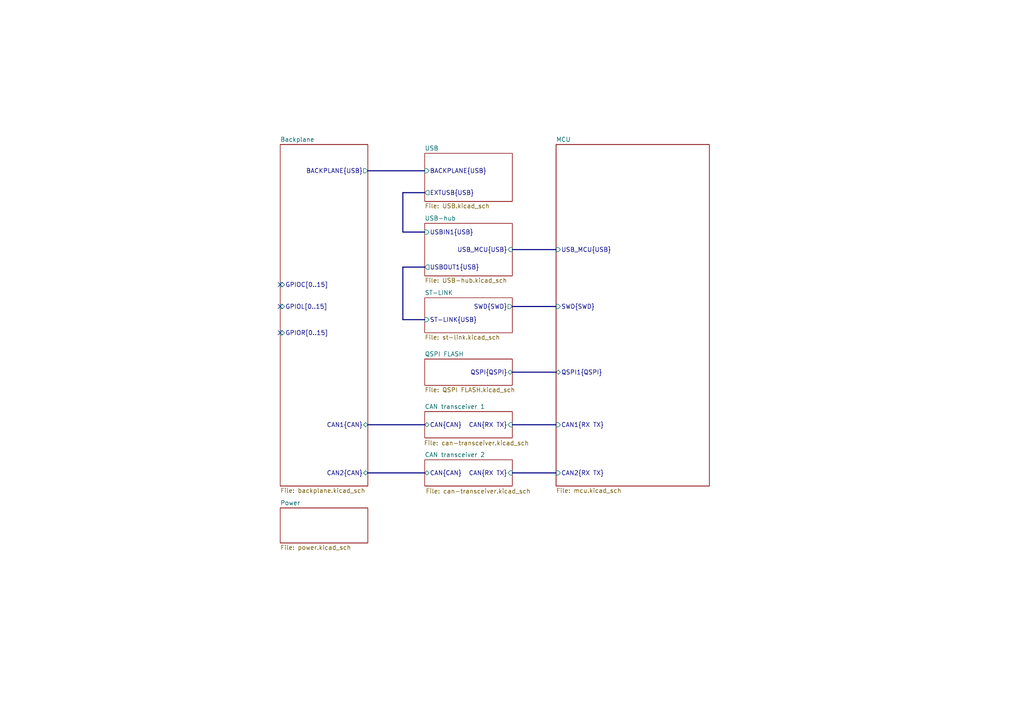
<source format=kicad_sch>
(kicad_sch
	(version 20250114)
	(generator "eeschema")
	(generator_version "9.0")
	(uuid "090a8e41-87a8-4fb1-998b-60a2c0dc4cee")
	(paper "A4")
	(title_block
		(title "ModuCard BM STM32H562VGT6")
		(date "2025-04-18")
		(rev "1.1.1")
		(company "KoNaR")
		(comment 1 "Base project authors: Dominik Pluta, Artem Horiunov")
		(comment 2 "Project author: <author>")
	)
	(lib_symbols)
	(bus_alias "CAN"
		(members "+" "-")
	)
	(no_connect
		(at 81.28 82.55)
		(uuid "225d1b4d-20a1-48d7-98fe-8709d91fa2b8")
	)
	(no_connect
		(at 81.28 88.9)
		(uuid "4102e771-06b2-46c5-8768-1c4b40e21eea")
	)
	(no_connect
		(at 81.28 96.52)
		(uuid "b3c7e6b3-59d6-467d-a4c3-b7bb1d57cd13")
	)
	(bus
		(pts
			(xy 123.19 77.47) (xy 116.84 77.47)
		)
		(stroke
			(width 0)
			(type default)
		)
		(uuid "088fd8c2-eebb-4af1-bbe0-793e15cd7b8f")
	)
	(bus
		(pts
			(xy 106.68 123.19) (xy 123.19 123.19)
		)
		(stroke
			(width 0)
			(type default)
		)
		(uuid "0b7c907d-f1c4-42f1-b83e-70387c7fa799")
	)
	(bus
		(pts
			(xy 148.59 72.39) (xy 161.29 72.39)
		)
		(stroke
			(width 0)
			(type default)
		)
		(uuid "0c1d7469-42a8-449b-8405-80a700e5dd75")
	)
	(bus
		(pts
			(xy 123.19 55.88) (xy 116.84 55.88)
		)
		(stroke
			(width 0)
			(type default)
		)
		(uuid "3922af01-4562-42b3-9ff2-97c27f6880db")
	)
	(bus
		(pts
			(xy 106.68 49.53) (xy 123.19 49.53)
		)
		(stroke
			(width 0)
			(type default)
		)
		(uuid "42069d11-2d8b-4c0c-a1bb-3e4cb654db23")
	)
	(bus
		(pts
			(xy 148.59 137.16) (xy 161.29 137.16)
		)
		(stroke
			(width 0)
			(type default)
		)
		(uuid "7ffc347e-25a7-4285-8492-119d5028459a")
	)
	(bus
		(pts
			(xy 148.59 107.95) (xy 161.29 107.95)
		)
		(stroke
			(width 0)
			(type default)
		)
		(uuid "bf0de6b0-0fc9-4b0f-912e-193053f69f46")
	)
	(bus
		(pts
			(xy 116.84 92.71) (xy 123.19 92.71)
		)
		(stroke
			(width 0)
			(type default)
		)
		(uuid "c7a70df5-1b4b-46c9-a0b5-092a546e1998")
	)
	(bus
		(pts
			(xy 106.68 137.16) (xy 123.19 137.16)
		)
		(stroke
			(width 0)
			(type default)
		)
		(uuid "c8659fb4-8309-4884-99fe-e479e3dbee23")
	)
	(bus
		(pts
			(xy 116.84 55.88) (xy 116.84 67.31)
		)
		(stroke
			(width 0)
			(type default)
		)
		(uuid "d346c99e-d019-4069-bd82-8cd62f31a854")
	)
	(bus
		(pts
			(xy 116.84 67.31) (xy 123.19 67.31)
		)
		(stroke
			(width 0)
			(type default)
		)
		(uuid "d483e764-8507-449d-983b-24a260b85a68")
	)
	(bus
		(pts
			(xy 148.59 88.9) (xy 161.29 88.9)
		)
		(stroke
			(width 0)
			(type default)
		)
		(uuid "e0896ddb-f544-4d74-9e0f-10bfadbbdd75")
	)
	(bus
		(pts
			(xy 148.59 123.19) (xy 161.29 123.19)
		)
		(stroke
			(width 0)
			(type default)
		)
		(uuid "ef28c418-2b23-4a89-a4bc-eaba24d2bbc8")
	)
	(bus
		(pts
			(xy 116.84 77.47) (xy 116.84 92.71)
		)
		(stroke
			(width 0)
			(type default)
		)
		(uuid "f1a21ac5-05c7-4b93-b021-879868b83e38")
	)
	(sheet
		(at 123.19 133.35)
		(size 25.4 7.62)
		(exclude_from_sim no)
		(in_bom yes)
		(on_board yes)
		(dnp no)
		(stroke
			(width 0.1524)
			(type solid)
		)
		(fill
			(color 0 0 0 0.0000)
		)
		(uuid "0158e235-e8c1-4e7e-a900-a22642d17049")
		(property "Sheetname" "CAN transceiver 2"
			(at 123.19 132.6384 0)
			(effects
				(font
					(size 1.27 1.27)
				)
				(justify left bottom)
			)
		)
		(property "Sheetfile" "can-transceiver.kicad_sch"
			(at 123.444 141.732 0)
			(effects
				(font
					(size 1.27 1.27)
				)
				(justify left top)
			)
		)
		(pin "CAN{RX TX}" input
			(at 148.59 137.16 0)
			(uuid "4671fdb0-d0e0-441d-8d1d-4860636d85e9")
			(effects
				(font
					(size 1.27 1.27)
				)
				(justify right)
			)
		)
		(pin "CAN{CAN}" bidirectional
			(at 123.19 137.16 180)
			(uuid "858eda0b-4235-4ae8-86e3-335d4ad9a1da")
			(effects
				(font
					(size 1.27 1.27)
				)
				(justify left)
			)
		)
		(instances
			(project "base-module"
				(path "/090a8e41-87a8-4fb1-998b-60a2c0dc4cee"
					(page "6")
				)
			)
		)
	)
	(sheet
		(at 81.28 147.32)
		(size 25.4 10.16)
		(exclude_from_sim no)
		(in_bom yes)
		(on_board yes)
		(dnp no)
		(fields_autoplaced yes)
		(stroke
			(width 0.1524)
			(type solid)
		)
		(fill
			(color 0 0 0 0.0000)
		)
		(uuid "3f372eb1-53a4-4b00-8846-6751dd401eeb")
		(property "Sheetname" "Power"
			(at 81.28 146.6084 0)
			(effects
				(font
					(size 1.27 1.27)
				)
				(justify left bottom)
			)
		)
		(property "Sheetfile" "power.kicad_sch"
			(at 81.28 158.0646 0)
			(effects
				(font
					(size 1.27 1.27)
				)
				(justify left top)
			)
		)
		(instances
			(project "base-module"
				(path "/090a8e41-87a8-4fb1-998b-60a2c0dc4cee"
					(page "3")
				)
			)
		)
	)
	(sheet
		(at 123.19 119.38)
		(size 25.4 7.62)
		(exclude_from_sim no)
		(in_bom yes)
		(on_board yes)
		(dnp no)
		(stroke
			(width 0.1524)
			(type solid)
		)
		(fill
			(color 0 0 0 0.0000)
		)
		(uuid "3f4a4c31-63d6-4264-8452-81b45fffd897")
		(property "Sheetname" "CAN transceiver 1"
			(at 123.19 118.6684 0)
			(effects
				(font
					(size 1.27 1.27)
				)
				(justify left bottom)
			)
		)
		(property "Sheetfile" "can-transceiver.kicad_sch"
			(at 122.936 127.762 0)
			(effects
				(font
					(size 1.27 1.27)
				)
				(justify left top)
			)
		)
		(pin "CAN{RX TX}" input
			(at 148.59 123.19 0)
			(uuid "2ad324a7-4e76-4def-a2aa-f7156431611c")
			(effects
				(font
					(size 1.27 1.27)
				)
				(justify right)
			)
		)
		(pin "CAN{CAN}" bidirectional
			(at 123.19 123.19 180)
			(uuid "dd8404cf-fd75-41cc-aa36-6f2c3a0e4af5")
			(effects
				(font
					(size 1.27 1.27)
				)
				(justify left)
			)
		)
		(instances
			(project "base-module"
				(path "/090a8e41-87a8-4fb1-998b-60a2c0dc4cee"
					(page "5")
				)
			)
		)
	)
	(sheet
		(at 123.19 44.45)
		(size 25.4 13.97)
		(exclude_from_sim no)
		(in_bom yes)
		(on_board yes)
		(dnp no)
		(fields_autoplaced yes)
		(stroke
			(width 0.1524)
			(type solid)
		)
		(fill
			(color 0 0 0 0.0000)
		)
		(uuid "8fd5ae83-0658-4178-9e81-18085647e2bb")
		(property "Sheetname" "USB"
			(at 123.19 43.7384 0)
			(effects
				(font
					(size 1.27 1.27)
				)
				(justify left bottom)
			)
		)
		(property "Sheetfile" "USB.kicad_sch"
			(at 123.19 59.0046 0)
			(effects
				(font
					(size 1.27 1.27)
				)
				(justify left top)
			)
		)
		(pin "BACKPLANE{USB}" input
			(at 123.19 49.53 180)
			(uuid "49cd1327-0574-4555-b98d-686ad06add1f")
			(effects
				(font
					(size 1.27 1.27)
				)
				(justify left)
			)
		)
		(pin "EXTUSB{USB}" output
			(at 123.19 55.88 180)
			(uuid "c146d2d2-99d4-47de-b999-c91753c99574")
			(effects
				(font
					(size 1.27 1.27)
				)
				(justify left)
			)
		)
		(instances
			(project "base-module"
				(path "/090a8e41-87a8-4fb1-998b-60a2c0dc4cee"
					(page "8")
				)
			)
		)
	)
	(sheet
		(at 161.29 41.91)
		(size 44.45 99.06)
		(exclude_from_sim no)
		(in_bom yes)
		(on_board yes)
		(dnp no)
		(fields_autoplaced yes)
		(stroke
			(width 0.1524)
			(type solid)
		)
		(fill
			(color 0 0 0 0.0000)
		)
		(uuid "ae074854-c02c-496b-964f-ecb8956e53f8")
		(property "Sheetname" "MCU"
			(at 161.29 41.1984 0)
			(effects
				(font
					(size 1.27 1.27)
				)
				(justify left bottom)
			)
		)
		(property "Sheetfile" "mcu.kicad_sch"
			(at 161.29 141.5546 0)
			(effects
				(font
					(size 1.27 1.27)
				)
				(justify left top)
			)
		)
		(pin "QSPI1{QSPI}" bidirectional
			(at 161.29 107.95 180)
			(uuid "0a967f7e-bc5a-4548-8588-a3f32ad6b6f8")
			(effects
				(font
					(size 1.27 1.27)
				)
				(justify left)
			)
		)
		(pin "CAN2{RX TX}" input
			(at 161.29 137.16 180)
			(uuid "8c8ec780-1712-44db-9376-b03ba592cd9d")
			(effects
				(font
					(size 1.27 1.27)
				)
				(justify left)
			)
		)
		(pin "CAN1{RX TX}" input
			(at 161.29 123.19 180)
			(uuid "f0869290-4d95-416e-9491-be40cdf216cd")
			(effects
				(font
					(size 1.27 1.27)
				)
				(justify left)
			)
		)
		(pin "SWD{SWD}" input
			(at 161.29 88.9 180)
			(uuid "b5a0d17e-17b9-488f-996c-746b62a94522")
			(effects
				(font
					(size 1.27 1.27)
				)
				(justify left)
			)
		)
		(pin "USB_MCU{USB}" input
			(at 161.29 72.39 180)
			(uuid "39375a4c-9c10-4301-9b74-766af280eb37")
			(effects
				(font
					(size 1.27 1.27)
				)
				(justify left)
			)
		)
		(instances
			(project "base-module"
				(path "/090a8e41-87a8-4fb1-998b-60a2c0dc4cee"
					(page "4")
				)
			)
		)
	)
	(sheet
		(at 123.19 64.77)
		(size 25.4 15.24)
		(exclude_from_sim no)
		(in_bom yes)
		(on_board yes)
		(dnp no)
		(fields_autoplaced yes)
		(stroke
			(width 0.1524)
			(type solid)
		)
		(fill
			(color 0 0 0 0.0000)
		)
		(uuid "c4e62f69-aed8-45c4-bc74-414bd9b2dcad")
		(property "Sheetname" "USB-hub"
			(at 123.19 64.0584 0)
			(effects
				(font
					(size 1.27 1.27)
				)
				(justify left bottom)
			)
		)
		(property "Sheetfile" "USB-hub.kicad_sch"
			(at 123.19 80.5946 0)
			(effects
				(font
					(size 1.27 1.27)
				)
				(justify left top)
			)
		)
		(pin "USBIN1{USB}" input
			(at 123.19 67.31 180)
			(uuid "70ba8c34-1228-4bf6-9d23-9d1360b2bc8c")
			(effects
				(font
					(size 1.27 1.27)
				)
				(justify left)
			)
		)
		(pin "USBOUT1{USB}" output
			(at 123.19 77.47 180)
			(uuid "bc0f17fd-1568-4cfd-a9dc-839741c5fc8e")
			(effects
				(font
					(size 1.27 1.27)
				)
				(justify left)
			)
		)
		(pin "USB_MCU{USB}" input
			(at 148.59 72.39 0)
			(uuid "0c956685-101a-4f07-b7bf-c720f0663eeb")
			(effects
				(font
					(size 1.27 1.27)
				)
				(justify right)
			)
		)
		(instances
			(project "base-module"
				(path "/090a8e41-87a8-4fb1-998b-60a2c0dc4cee"
					(page "9")
				)
			)
		)
	)
	(sheet
		(at 123.19 104.14)
		(size 25.4 7.62)
		(exclude_from_sim no)
		(in_bom yes)
		(on_board yes)
		(dnp no)
		(fields_autoplaced yes)
		(stroke
			(width 0.1524)
			(type solid)
		)
		(fill
			(color 0 0 0 0.0000)
		)
		(uuid "e8ac371f-5104-4cae-bf76-5dce1f5864c3")
		(property "Sheetname" "QSPI FLASH"
			(at 123.19 103.4284 0)
			(effects
				(font
					(size 1.27 1.27)
				)
				(justify left bottom)
			)
		)
		(property "Sheetfile" "QSPI FLASH.kicad_sch"
			(at 123.19 112.3446 0)
			(effects
				(font
					(size 1.27 1.27)
				)
				(justify left top)
			)
		)
		(pin "QSPI{QSPI}" bidirectional
			(at 148.59 107.95 0)
			(uuid "443041a0-7600-4d4d-a6ad-970474c79d47")
			(effects
				(font
					(size 1.27 1.27)
				)
				(justify right)
			)
		)
		(instances
			(project "base-module"
				(path "/090a8e41-87a8-4fb1-998b-60a2c0dc4cee"
					(page "10")
				)
			)
		)
	)
	(sheet
		(at 123.19 86.36)
		(size 25.4 10.16)
		(exclude_from_sim no)
		(in_bom yes)
		(on_board yes)
		(dnp no)
		(fields_autoplaced yes)
		(stroke
			(width 0.1524)
			(type solid)
		)
		(fill
			(color 0 0 0 0.0000)
		)
		(uuid "ed5910e5-42de-4923-b023-9e23a66937d0")
		(property "Sheetname" "ST-LINK"
			(at 123.19 85.6484 0)
			(effects
				(font
					(size 1.27 1.27)
				)
				(justify left bottom)
			)
		)
		(property "Sheetfile" "st-link.kicad_sch"
			(at 123.19 97.1046 0)
			(effects
				(font
					(size 1.27 1.27)
				)
				(justify left top)
			)
		)
		(pin "ST-LINK{USB}" input
			(at 123.19 92.71 180)
			(uuid "1f8bebf7-2c7a-401d-bf5b-ddb1b2e1fa68")
			(effects
				(font
					(size 1.27 1.27)
				)
				(justify left)
			)
		)
		(pin "SWD{SWD}" output
			(at 148.59 88.9 0)
			(uuid "b44b70df-07dc-4cd8-a434-5c68d0d5ae9b")
			(effects
				(font
					(size 1.27 1.27)
				)
				(justify right)
			)
		)
		(instances
			(project "base-module"
				(path "/090a8e41-87a8-4fb1-998b-60a2c0dc4cee"
					(page "7")
				)
			)
		)
	)
	(sheet
		(at 81.28 41.91)
		(size 25.4 99.06)
		(exclude_from_sim no)
		(in_bom yes)
		(on_board yes)
		(dnp no)
		(fields_autoplaced yes)
		(stroke
			(width 0.1524)
			(type solid)
		)
		(fill
			(color 0 0 0 0.0000)
		)
		(uuid "ff3476d7-2f10-4f79-9864-988601c7ce1b")
		(property "Sheetname" "Backplane"
			(at 81.28 41.1984 0)
			(effects
				(font
					(size 1.27 1.27)
				)
				(justify left bottom)
			)
		)
		(property "Sheetfile" "backplane.kicad_sch"
			(at 81.28 141.5546 0)
			(effects
				(font
					(size 1.27 1.27)
				)
				(justify left top)
			)
		)
		(pin "GPIOC[0..15]" input
			(at 81.28 82.55 180)
			(uuid "590059fb-ce6b-4594-a8d9-5ea16c12e994")
			(effects
				(font
					(size 1.27 1.27)
				)
				(justify left)
			)
		)
		(pin "GPIOL[0..15]" input
			(at 81.28 88.9 180)
			(uuid "1244bff8-cc00-45c3-ad70-38099735e42f")
			(effects
				(font
					(size 1.27 1.27)
				)
				(justify left)
			)
		)
		(pin "GPIOR[0..15]" input
			(at 81.28 96.52 180)
			(uuid "78f6447e-cc35-4bff-9181-e28e763cd973")
			(effects
				(font
					(size 1.27 1.27)
				)
				(justify left)
			)
		)
		(pin "CAN1{CAN}" bidirectional
			(at 106.68 123.19 0)
			(uuid "f5cc3410-a9f9-4327-97b1-b02ad5c607a0")
			(effects
				(font
					(size 1.27 1.27)
				)
				(justify right)
			)
		)
		(pin "CAN2{CAN}" bidirectional
			(at 106.68 137.16 0)
			(uuid "1bb521b1-9157-430e-bc39-7309cc0c519b")
			(effects
				(font
					(size 1.27 1.27)
				)
				(justify right)
			)
		)
		(pin "BACKPLANE{USB}" output
			(at 106.68 49.53 0)
			(uuid "de418b66-6533-4278-9c6e-995fea317169")
			(effects
				(font
					(size 1.27 1.27)
				)
				(justify right)
			)
		)
		(instances
			(project "base-module"
				(path "/090a8e41-87a8-4fb1-998b-60a2c0dc4cee"
					(page "2")
				)
			)
		)
	)
	(sheet_instances
		(path "/"
			(page "1")
		)
	)
	(embedded_fonts no)
)

</source>
